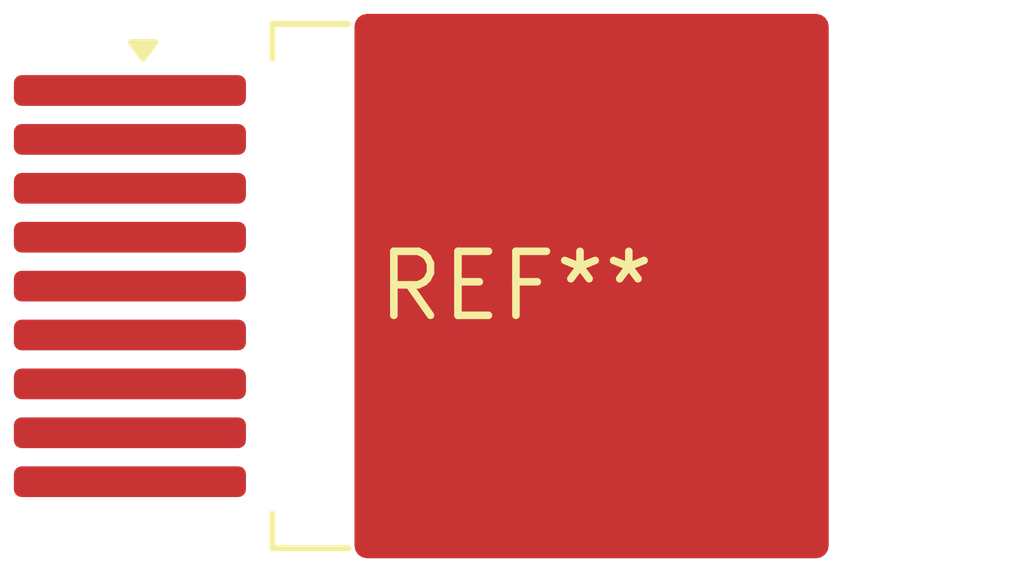
<source format=kicad_pcb>
(kicad_pcb (version 20240108) (generator pcbnew)
  (layers (0 "F.Cu" signal) (31 "B.Cu" signal) (34 "B.Paste" user) (35 "F.Paste" user) (36 "B.SilkS" user "B.Silkscreen") (37 "F.SilkS" user "F.Silkscreen") (38 "B.Mask" user) (39 "F.Mask" user) (44 "Edge.Cuts" user))
  (net 0 "")
  (footprint "TO-263-9_TabPin10" (layer "F.Cu") (at 0 0)
    (property "Reference" "REF**")
    (property "Value" "TO-263-9_TabPin10")
    (fp_line (start -4.825 -5.2) (end -4.825 -4.51) (layer "F.SilkS") (stroke (width 0.12)))
    (fp_line (start -4.825 5.2) (end -4.825 4.51) (layer "F.SilkS") (stroke (width 0.12)))
    (fp_line (start -3.325 -5.2) (end -4.825 -5.2) (layer "F.SilkS") (stroke (width 0.12)))
    (fp_line (start -3.325 5.2) (end -4.825 5.2) (layer "F.SilkS") (stroke (width 0.12)))
    (fp_poly (pts (xy -7.3875 -4.51) (xy -7.6275 -4.84) (xy -7.1475 -4.84) (xy -7.3875 -4.51)) (layer "F.SilkS") (stroke (width 0.12)) (fill solid))
    (pad "1" smd roundrect (at -7.65 -3.88) (size 4.6 0.61) (layers "F.Cu" "F.Paste" "F.Mask"))
    (pad "2" smd roundrect (at -7.65 -2.91) (size 4.6 0.61) (layers "F.Cu" "F.Paste" "F.Mask"))
    (pad "3" smd roundrect (at -7.65 -1.94) (size 4.6 0.61) (layers "F.Cu" "F.Paste" "F.Mask"))
    (pad "4" smd roundrect (at -7.65 -0.97) (size 4.6 0.61) (layers "F.Cu" "F.Paste" "F.Mask"))
    (pad "5" smd roundrect (at -7.65 0) (size 4.6 0.61) (layers "F.Cu" "F.Paste" "F.Mask"))
    (pad "6" smd roundrect (at -7.65 0.97) (size 4.6 0.61) (layers "F.Cu" "F.Paste" "F.Mask"))
    (pad "7" smd roundrect (at -7.65 1.94) (size 4.6 0.61) (layers "F.Cu" "F.Paste" "F.Mask"))
    (pad "8" smd roundrect (at -7.65 2.91) (size 4.6 0.61) (layers "F.Cu" "F.Paste" "F.Mask"))
    (pad "9" smd roundrect (at -7.65 3.88) (size 4.6 0.61) (layers "F.Cu" "F.Paste" "F.Mask"))
    (pad "10" smd roundrect (at 1.5 0) (size 9.4 10.8) (layers "F.Cu" "F.Mask") (roundrect_rratio 0.02659574468))
  )
)
</source>
